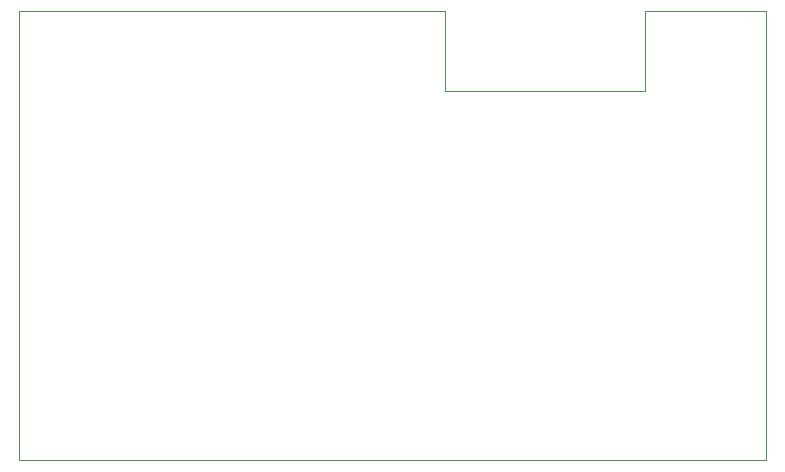
<source format=gbr>
G04 #@! TF.GenerationSoftware,KiCad,Pcbnew,(5.1.5)-3*
G04 #@! TF.CreationDate,2022-01-28T21:11:19+01:00*
G04 #@! TF.ProjectId,fanControl,66616e43-6f6e-4747-926f-6c2e6b696361,rev?*
G04 #@! TF.SameCoordinates,Original*
G04 #@! TF.FileFunction,Profile,NP*
%FSLAX46Y46*%
G04 Gerber Fmt 4.6, Leading zero omitted, Abs format (unit mm)*
G04 Created by KiCad (PCBNEW (5.1.5)-3) date 2022-01-28 21:11:19*
%MOMM*%
%LPD*%
G04 APERTURE LIST*
%ADD10C,0.050000*%
%ADD11C,0.100000*%
G04 APERTURE END LIST*
D10*
X179000000Y-63750000D02*
X179000000Y-57000000D01*
X196000000Y-63750000D02*
X179000000Y-63750000D01*
X196000000Y-57000000D02*
X196000000Y-63750000D01*
X206250000Y-57000000D02*
X196000000Y-57000000D01*
D11*
X206250000Y-57000000D02*
X206250000Y-95000000D01*
X143000000Y-57000000D02*
X179000000Y-57000000D01*
X143000000Y-95000000D02*
X143000000Y-57000000D01*
X206250000Y-95000000D02*
X143000000Y-95000000D01*
M02*

</source>
